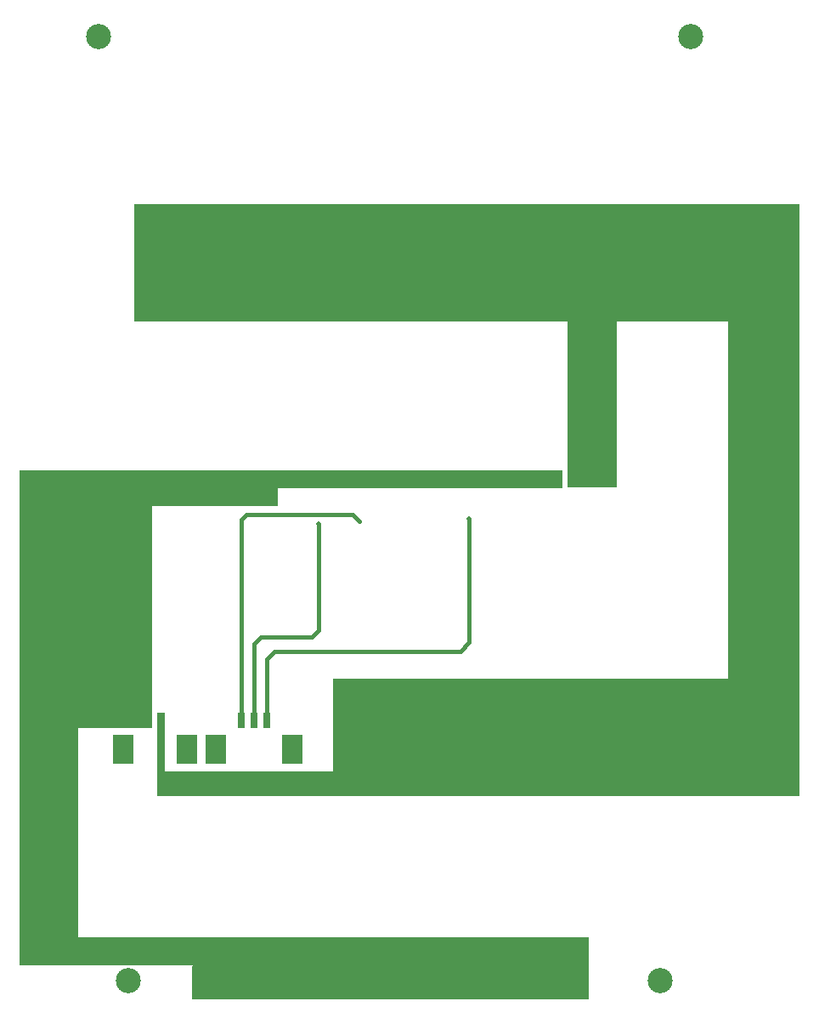
<source format=gbl>
G04*
G04 #@! TF.GenerationSoftware,Altium Limited,Altium Designer,18.1.7 (191)*
G04*
G04 Layer_Physical_Order=2*
G04 Layer_Color=16711680*
%FSLAX25Y25*%
%MOIN*%
G70*
G01*
G75*
%ADD10C,0.01000*%
%ADD26C,0.01500*%
%ADD27C,0.45000*%
%ADD28C,0.09843*%
%ADD29C,0.02000*%
%ADD30R,0.08268X0.11811*%
%ADD31R,0.03150X0.06299*%
G36*
X229224Y202935D02*
X117500D01*
Y195935D01*
X68272D01*
Y109000D01*
X39370D01*
X39370Y26935D01*
X239500Y26935D01*
X239500Y15935D01*
Y2500D01*
X84000D01*
Y15646D01*
X84289Y15935D01*
X16224D01*
X16224Y26935D01*
X16224D01*
X16224Y196935D01*
X16224D01*
Y209935D01*
X229224D01*
Y202935D01*
D02*
G37*
G36*
X322224Y268435D02*
X322224D01*
Y127935D01*
Y82435D01*
X70272D01*
Y115000D01*
X73272D01*
Y92000D01*
X139272D01*
Y128435D01*
X294224D01*
Y268435D01*
X250500D01*
Y203435D01*
X231224D01*
Y209935D01*
Y268435D01*
X61224D01*
Y314435D01*
X322224D01*
Y268435D01*
D02*
G37*
D10*
X71732Y87039D02*
Y111917D01*
Y87039D02*
X73732Y85039D01*
X142900D01*
X163323Y105463D01*
X66811Y111917D02*
Y199039D01*
X232846Y206559D02*
X239848D01*
X242533Y209244D01*
Y291463D01*
D26*
X192724Y142453D02*
Y190935D01*
X189272Y139000D02*
X192724Y142453D01*
X116272Y139000D02*
X189272D01*
X146921Y192500D02*
X149421Y190000D01*
X105272Y192500D02*
X146921D01*
X103350Y190579D02*
X105272Y192500D01*
X103350Y111917D02*
Y190579D01*
X133673Y147402D02*
Y188902D01*
X130772Y144500D02*
X133673Y147402D01*
X110772Y144500D02*
X130772D01*
X108272Y142000D02*
X110772Y144500D01*
X108272Y111917D02*
Y142000D01*
X113193Y135921D02*
X116272Y139000D01*
X113193Y111917D02*
Y135921D01*
D27*
X242531Y105461D02*
D03*
X84112Y291463D02*
D03*
X163323D02*
D03*
X242533D02*
D03*
X163323Y105463D02*
D03*
D28*
X47244Y379921D02*
D03*
X279527D02*
D03*
X59055Y9843D02*
D03*
X267717Y9843D02*
D03*
D29*
X149421Y190000D02*
D03*
X133673Y188902D02*
D03*
X50224Y199350D02*
D03*
X52724D02*
D03*
X55224D02*
D03*
X57724D02*
D03*
X60224D02*
D03*
X62724D02*
D03*
X72724D02*
D03*
X75224D02*
D03*
X77724D02*
D03*
X80224D02*
D03*
X82724D02*
D03*
X50724Y19935D02*
D03*
X53224D02*
D03*
X55724D02*
D03*
X58224D02*
D03*
X60724D02*
D03*
X63224D02*
D03*
X192724Y190935D02*
D03*
X212224Y206435D02*
D03*
X118500Y13000D02*
D03*
X121000D02*
D03*
X123500D02*
D03*
X126000D02*
D03*
X128500D02*
D03*
X131000D02*
D03*
X70224Y199350D02*
D03*
X206500Y13000D02*
D03*
X204000D02*
D03*
X201500D02*
D03*
X199000D02*
D03*
X196500D02*
D03*
X194000D02*
D03*
X212224Y203935D02*
D03*
Y208935D02*
D03*
X214724Y203935D02*
D03*
Y206435D02*
D03*
Y208935D02*
D03*
X217224Y203935D02*
D03*
Y206435D02*
D03*
Y208935D02*
D03*
D30*
X123232Y100500D02*
D03*
X93311D02*
D03*
X56772Y100500D02*
D03*
X81772Y100500D02*
D03*
D31*
X103350Y111917D02*
D03*
X108272D02*
D03*
X113193D02*
D03*
X71732Y111917D02*
D03*
X66811D02*
D03*
M02*

</source>
